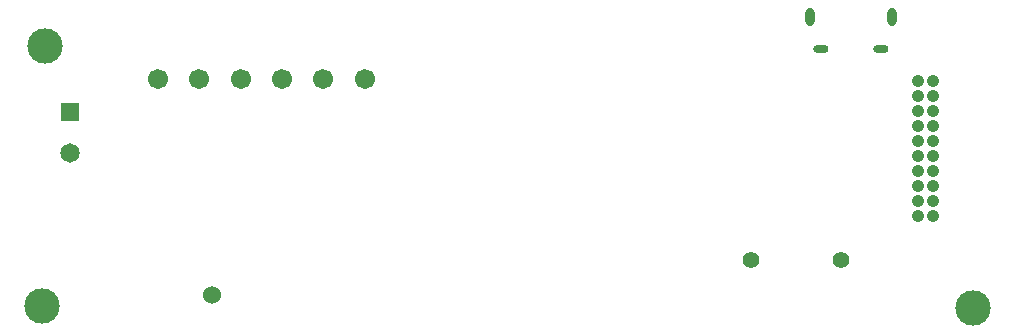
<source format=gbr>
%TF.GenerationSoftware,KiCad,Pcbnew,(6.0.10)*%
%TF.CreationDate,2023-02-02T13:34:45-07:00*%
%TF.ProjectId,Flight-Computer-Lite,466c6967-6874-42d4-936f-6d7075746572,rev?*%
%TF.SameCoordinates,Original*%
%TF.FileFunction,Soldermask,Bot*%
%TF.FilePolarity,Negative*%
%FSLAX46Y46*%
G04 Gerber Fmt 4.6, Leading zero omitted, Abs format (unit mm)*
G04 Created by KiCad (PCBNEW (6.0.10)) date 2023-02-02 13:34:45*
%MOMM*%
%LPD*%
G01*
G04 APERTURE LIST*
%ADD10C,3.000000*%
%ADD11C,1.066800*%
%ADD12O,1.300000X0.650000*%
%ADD13O,0.775000X1.550000*%
%ADD14R,1.650000X1.650000*%
%ADD15C,1.650000*%
%ADD16C,1.701800*%
%ADD17C,1.408000*%
%ADD18C,1.524000*%
G04 APERTURE END LIST*
D10*
%TO.C,H1*%
X233070400Y-107010200D03*
%TD*%
D11*
%TO.C,P2*%
X228436550Y-87757000D03*
X229706550Y-87757000D03*
X228436550Y-89027000D03*
X229706550Y-89027000D03*
X228436550Y-90297000D03*
X229706550Y-90297000D03*
X228436550Y-91567000D03*
X229706550Y-91567000D03*
X228436550Y-92837000D03*
X229706550Y-92837000D03*
X228436550Y-94107000D03*
X229706550Y-94107000D03*
X228436550Y-95377000D03*
X229706550Y-95377000D03*
X228436550Y-96647000D03*
X229706550Y-96647000D03*
X228436550Y-97917000D03*
X229706550Y-97917000D03*
X228436550Y-99187000D03*
X229706550Y-99187000D03*
%TD*%
D10*
%TO.C,H4*%
X154228800Y-106781600D03*
%TD*%
D12*
%TO.C,P3*%
X225232600Y-85034700D03*
D13*
X226232600Y-82334700D03*
X219232600Y-82334700D03*
D12*
X220232600Y-85034700D03*
%TD*%
D14*
%TO.C,P1*%
X156619600Y-90375800D03*
D15*
X156619600Y-93875800D03*
%TD*%
D16*
%TO.C,P4*%
X181546203Y-87615301D03*
X178046200Y-87615301D03*
X174546199Y-87615301D03*
X171046198Y-87615301D03*
X167546198Y-87615301D03*
X164046197Y-87615301D03*
%TD*%
D17*
%TO.C,BZ1*%
X214259000Y-102920800D03*
X221859000Y-102920800D03*
%TD*%
D10*
%TO.C,H3*%
X154482800Y-84759800D03*
%TD*%
D18*
%TO.C,TP1*%
X168656000Y-105867200D03*
%TD*%
M02*

</source>
